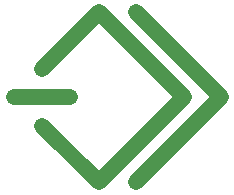
<source format=gbo>
G04 #@! TF.GenerationSoftware,KiCad,Pcbnew,8.0.6*
G04 #@! TF.CreationDate,2024-11-07T02:26:42-08:00*
G04 #@! TF.ProjectId,hvd-50-hd,6876642d-3530-42d6-9864-2e6b69636164,1*
G04 #@! TF.SameCoordinates,Original*
G04 #@! TF.FileFunction,Legend,Bot*
G04 #@! TF.FilePolarity,Positive*
%FSLAX46Y46*%
G04 Gerber Fmt 4.6, Leading zero omitted, Abs format (unit mm)*
G04 Created by KiCad (PCBNEW 8.0.6) date 2024-11-07 02:26:42*
%MOMM*%
%LPD*%
G01*
G04 APERTURE LIST*
%ADD10C,1.350000*%
%ADD11C,0.800000*%
%ADD12C,1.200000*%
%ADD13C,6.500000*%
%ADD14C,1.300000*%
%ADD15C,4.200000*%
%ADD16C,2.300000*%
%ADD17C,2.700000*%
%ADD18C,1.950000*%
G04 APERTURE END LIST*
D10*
X-27162247Y14000000D02*
X-34350001Y21200000D01*
X-44700000Y14000001D02*
X-39900000Y14000001D01*
X-30300001Y14000001D02*
X-37500000Y21200000D01*
X-42300001Y11600000D02*
X-37500000Y6800001D01*
X-37500000Y21200000D02*
X-42300001Y16400001D01*
X-37500000Y6800001D02*
X-30300001Y14000001D01*
X-34350001Y6800001D02*
X-27162247Y14000000D01*
%LPC*%
D11*
G04 #@! TO.C,J1*
X-15400000Y4000000D03*
D12*
X-59600000Y4000000D03*
G04 #@! TD*
D13*
G04 #@! TO.C,H4*
X-4000000Y4000000D03*
G04 #@! TD*
D14*
G04 #@! TO.C,J5*
X-52740001Y24606000D03*
X-51470000Y26511001D03*
X-50200000Y24606000D03*
X-48930001Y26511001D03*
X-47659999Y24606000D03*
X-46390000Y26510998D03*
X-45119999Y24606000D03*
X-43850001Y26511001D03*
X-42579998Y24606000D03*
X-41310001Y26511001D03*
X-40039997Y24606000D03*
X-38770000Y26511001D03*
X-37500000Y24606000D03*
X-36229999Y26510998D03*
X-34959999Y24606000D03*
X-33690000Y26510998D03*
X-32419998Y24606000D03*
X-31149999Y26511001D03*
X-29880001Y24606000D03*
X-28610000Y26511001D03*
X-27340000Y24606000D03*
X-26070000Y26511001D03*
X-24799999Y24606000D03*
X-23530000Y26510998D03*
X-22259999Y24606000D03*
X-52740002Y28416000D03*
X-51470000Y30320999D03*
X-50200002Y28415999D03*
X-48929998Y30320999D03*
X-47660000Y28415999D03*
X-46389999Y30320999D03*
X-45120000Y28415999D03*
X-43849998Y30320999D03*
X-42580001Y28415999D03*
X-41309999Y30320999D03*
X-40040000Y28416000D03*
X-38770000Y30320999D03*
X-37500000Y28415999D03*
X-36229999Y30320999D03*
X-34960002Y28415999D03*
X-33689997Y30320999D03*
X-32420000Y28415999D03*
X-31149999Y30320999D03*
X-29880002Y28416000D03*
X-28610000Y30320998D03*
X-27340002Y28415999D03*
X-26069998Y30320999D03*
X-24800000Y28415999D03*
X-23529999Y30320999D03*
X-22260000Y28415999D03*
D15*
X-14258999Y28415999D03*
X-60741000Y28415999D03*
G04 #@! TD*
D16*
G04 #@! TO.C,J3*
X-72440000Y10870000D03*
D17*
X-69900000Y17340000D03*
D18*
X-72440000Y16010000D03*
X-69900000Y14740000D03*
X-72440000Y13470000D03*
X-69900000Y12200000D03*
G04 #@! TD*
D13*
G04 #@! TO.C,H3*
X-71000000Y4000000D03*
G04 #@! TD*
G36*
X-56961Y21530315D02*
G01*
X-11206Y21477511D01*
X0Y21426000D01*
X0Y12474000D01*
X-19685Y12406961D01*
X-72489Y12361206D01*
X-124000Y12350000D01*
X-2376000Y12350000D01*
X-2443039Y12369685D01*
X-2488794Y12422489D01*
X-2500000Y12474000D01*
X-2500000Y21426000D01*
X-2480315Y21493039D01*
X-2427511Y21538794D01*
X-2376000Y21550000D01*
X-124000Y21550000D01*
X-56961Y21530315D01*
G37*
%LPD*%
M02*

</source>
